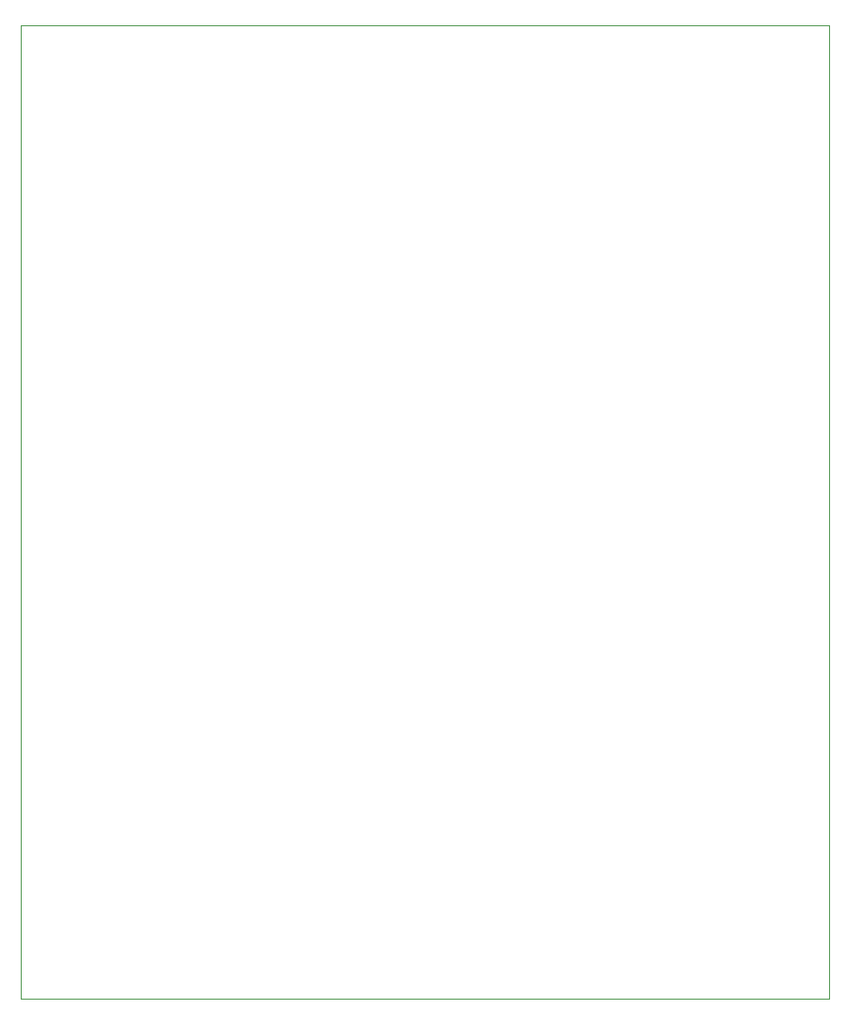
<source format=gm1>
G04 #@! TF.GenerationSoftware,KiCad,Pcbnew,6.0.2+dfsg-1*
G04 #@! TF.CreationDate,2023-09-01T16:31:59+02:00*
G04 #@! TF.ProjectId,WLS5,574c5335-2e6b-4696-9361-645f70636258,rev?*
G04 #@! TF.SameCoordinates,Original*
G04 #@! TF.FileFunction,Profile,NP*
%FSLAX46Y46*%
G04 Gerber Fmt 4.6, Leading zero omitted, Abs format (unit mm)*
G04 Created by KiCad (PCBNEW 6.0.2+dfsg-1) date 2023-09-01 16:31:59*
%MOMM*%
%LPD*%
G01*
G04 APERTURE LIST*
G04 #@! TA.AperFunction,Profile*
%ADD10C,0.100000*%
G04 #@! TD*
G04 APERTURE END LIST*
D10*
X83000000Y-138000000D02*
X158750000Y-138000000D01*
X158750000Y-138000000D02*
X158750000Y-46750000D01*
X158750000Y-46750000D02*
X83000000Y-46750000D01*
X83000000Y-46750000D02*
X83000000Y-138000000D01*
M02*

</source>
